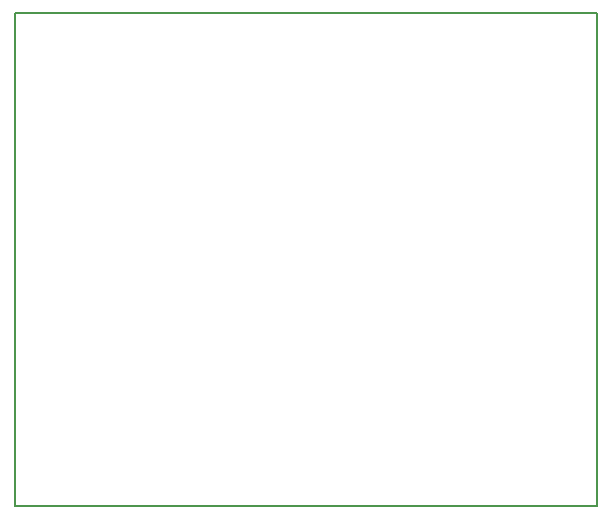
<source format=gm1>
G04 #@! TF.FileFunction,Profile,NP*
%FSLAX46Y46*%
G04 Gerber Fmt 4.6, Leading zero omitted, Abs format (unit mm)*
G04 Created by KiCad (PCBNEW 4.0.7) date 03/21/18 23:37:41*
%MOMM*%
%LPD*%
G01*
G04 APERTURE LIST*
%ADD10C,0.101600*%
%ADD11C,0.150000*%
G04 APERTURE END LIST*
D10*
D11*
X166250000Y-35000000D02*
X134250000Y-35000000D01*
X134250000Y-76750000D02*
X134250000Y-35000000D01*
X183500000Y-76750000D02*
X134250000Y-76750000D01*
X183500000Y-35000000D02*
X183500000Y-76750000D01*
X166250000Y-35000000D02*
X183500000Y-35000000D01*
M02*

</source>
